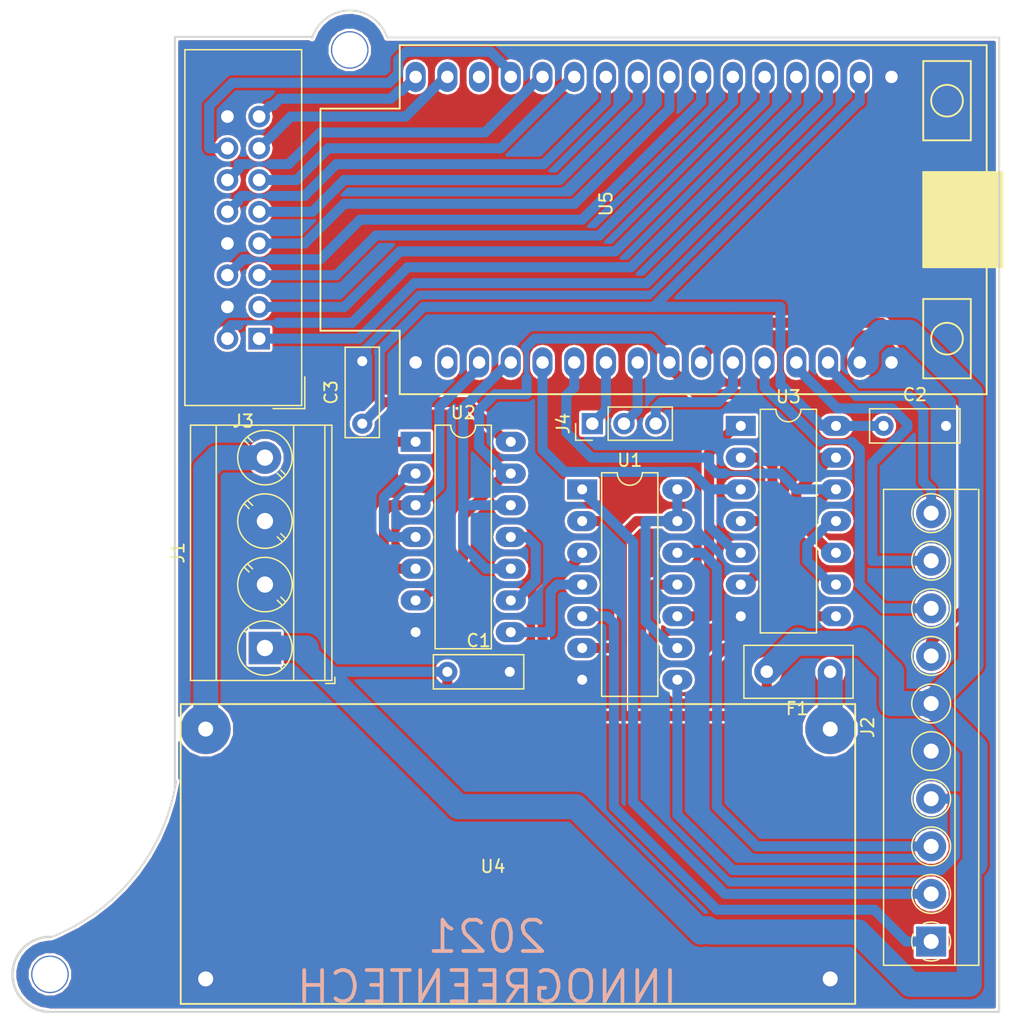
<source format=kicad_pcb>
(kicad_pcb (version 20171130) (host pcbnew "(5.0.1)-4")
  (layers (0 F.Cu signal) (31 B.Cu signal) (34 B.Paste user) (35 F.Paste user) (36 B.SilkS user) (37 F.SilkS user) (38 B.Mask user) (39 F.Mask user) (44 Edge.Cuts user))
  (net 0 "")
  (net 1 GND)
  (net 2 +5V)
  (net 3 +3V3)
  (net 4 "Net-(F1-Pad1)")
  (net 5 "Net-(J1-Pad4)")
  (net 6 TX)
  (net 7 RX)
  (net 8 LED_1)
  (net 9 LED_2)
  (net 10 R1)
  (net 11 G1)
  (net 12 B1)
  (net 13 R2)
  (net 14 G2)
  (net 15 B2)
  (net 16 A)
  (net 17 B)
  (net 18 C)
  (net 19 D)
  (net 20 CLK)
  (net 21 LAT)
  (net 22 OE)
  (net 23 "Net-(U1-Pad3)")
  (net 24 "Net-(U1-Pad10)")
  (net 25 "Net-(U1-Pad4)")
  (net 26 "Net-(U1-Pad11)")
  (net 27 "Net-(U2-Pad2)")
  (net 28 "Net-(U2-Pad11)")
  (net 29 Goal_J1)
  (net 30 Gam_J1)
  (net 31 Reset)
  (net 32 Gam_J2)
  (net 33 Goal_J2)
  (net 34 "Net-(U3-Pad11)")
  (net 35 "Net-(U3-Pad2)")
  (net 36 "Net-(J2-Pad1)")
  (net 37 "Net-(J2-Pad2)")
  (net 38 "Net-(J2-Pad3)")
  (net 39 "Net-(J2-Pad4)")
  (net 40 LESS)
  (net 41 MORE)
  (net 42 OK)
  (module "uPesy:uPesy_ESP32_ Wroom" (layer F.Cu) (at 118.275 92.015 90)
    (fp_text reference U5 (at 12.7 15.24 90) (layer F.SilkS))
    (fp_text value uPesyESP32)
    (pad 1 thru_hole oval (at 0 0 90) (size 2.4 1.6) (drill 1) (layers *.Cu *.Mask) (net 1 GND))
    (pad 2 thru_hole oval (at 0 2.54 90) (size 2.4 1.6) (drill 1) (layers *.Cu *.Mask))
    (pad 3 thru_hole oval (at 0 5.08 90) (size 2.4 1.6) (drill 1) (layers *.Cu *.Mask) (net 29 Goal_J1))
    (pad 4 thru_hole oval (at 0 7.62 90) (size 2.4 1.6) (drill 1) (layers *.Cu *.Mask) (net 30 Gam_J1))
    (pad 5 thru_hole oval (at 0 10.16 90) (size 2.4 1.6) (drill 1) (layers *.Cu *.Mask) (net 33 Goal_J2))
    (pad 6 thru_hole oval (at 0 12.7 90) (size 2.4 1.6) (drill 1) (layers *.Cu *.Mask) (net 32 Gam_J2))
    (pad 7 thru_hole oval (at 0 15.24 90) (size 2.4 1.6) (drill 1) (layers *.Cu *.Mask) (net 40 LESS))
    (pad 8 thru_hole oval (at 0 17.78 90) (size 2.4 1.6) (drill 1) (layers *.Cu *.Mask) (net 41 MORE))
    (pad 9 thru_hole oval (at 0 20.32 90) (size 2.4 1.6) (drill 1) (layers *.Cu *.Mask) (net 31 Reset))
    (pad 10 thru_hole oval (at 0 22.86 90) (size 2.4 1.6) (drill 1) (layers *.Cu *.Mask) (net 8 LED_1))
    (pad 11 thru_hole oval (at 0 25.4 90) (size 2.4 1.6) (drill 1) (layers *.Cu *.Mask) (net 42 OK))
    (pad 12 thru_hole oval (at 0 27.94 90) (size 2.4 1.6) (drill 1) (layers *.Cu *.Mask) (net 9 LED_2))
    (pad 13 thru_hole oval (at 0 30.48 90) (size 2.4 1.6) (drill 1) (layers *.Cu *.Mask) (net 7 RX))
    (pad 14 thru_hole oval (at 0 33.02 90) (size 2.4 1.6) (drill 1) (layers *.Cu *.Mask) (net 6 TX))
    (pad 15 thru_hole oval (at 0 35.56 90) (size 2.4 1.6) (drill 1) (layers *.Cu *.Mask) (net 2 +5V))
    (pad 16 thru_hole oval (at 0 38.1 90) (size 2.4 1.6) (drill 1) (layers *.Cu *.Mask) (net 1 GND))
    (pad 17 thru_hole oval (at 22.86 0 90) (size 2.4 1.6) (drill 1) (layers *.Cu *.Mask) (net 22 OE))
    (pad 18 thru_hole oval (at 22.86 2.54 90) (size 2.4 1.6) (drill 1) (layers *.Cu *.Mask) (net 20 CLK))
    (pad 19 thru_hole oval (at 22.86 5.08 90) (size 2.4 1.6) (drill 1) (layers *.Cu *.Mask))
    (pad 20 thru_hole oval (at 22.86 7.62 90) (size 2.4 1.6) (drill 1) (layers *.Cu *.Mask) (net 21 LAT))
    (pad 21 thru_hole oval (at 22.86 10.16 90) (size 2.4 1.6) (drill 1) (layers *.Cu *.Mask) (net 19 D))
    (pad 22 thru_hole oval (at 22.86 12.7 90) (size 2.4 1.6) (drill 1) (layers *.Cu *.Mask) (net 18 C))
    (pad 23 thru_hole oval (at 22.86 15.24 90) (size 2.4 1.6) (drill 1) (layers *.Cu *.Mask) (net 17 B))
    (pad 24 thru_hole oval (at 22.86 17.78 90) (size 2.4 1.6) (drill 1) (layers *.Cu *.Mask) (net 16 A))
    (pad 25 thru_hole oval (at 22.86 20.32 90) (size 2.4 1.6) (drill 1) (layers *.Cu *.Mask) (net 15 B2))
    (pad 26 thru_hole oval (at 22.86 22.86 90) (size 2.4 1.6) (drill 1) (layers *.Cu *.Mask) (net 14 G2))
    (pad 27 thru_hole oval (at 22.86 25.4 90) (size 2.4 1.6) (drill 1) (layers *.Cu *.Mask) (net 13 R2))
    (pad 28 thru_hole oval (at 22.86 27.94 90) (size 2.4 1.6) (drill 1) (layers *.Cu *.Mask) (net 12 B1))
    (pad 29 thru_hole oval (at 22.86 30.48 90) (size 2.4 1.6) (drill 1) (layers *.Cu *.Mask) (net 11 G1))
    (pad 30 thru_hole oval (at 22.86 33.02 90) (size 2.4 1.6) (drill 1) (layers *.Cu *.Mask) (net 10 R1))
    (pad 31 thru_hole oval (at 22.86 35.56 90) (size 2.4 1.6) (drill 1) (layers *.Cu *.Mask) (net 3 +3V3))
    (pad 32 thru_hole oval (at 22.86 38.1 90) (size 2.4 1.6) (drill 1) (layers *.Cu *.Mask) (net 1 GND))
  )
  (module TerminalBlock:TerminalBlock_4Ucon_1x10_P3.81mm_Horizontal (layer F.Cu) (at 159.55 138.37 90)
    (fp_text reference J2 (at 17.145 -5.08 90) (layer F.SilkS))
    (fp_text value Signal)
    (pad 1 thru_hole rect (at 0 0 90) (size 2.4 2.4) (drill 1.2) (layers *.Cu *.Mask) (net 36 "Net-(J2-Pad1)"))
    (pad 2 thru_hole circle (at 3.81 0 90) (size 2.4 2.4) (drill 1.2) (layers *.Cu *.Mask) (net 37 "Net-(J2-Pad2)"))
    (pad 3 thru_hole circle (at 7.62 0 90) (size 2.4 2.4) (drill 1.2) (layers *.Cu *.Mask) (net 38 "Net-(J2-Pad3)"))
    (pad 4 thru_hole circle (at 11.43 0 90) (size 2.4 2.4) (drill 1.2) (layers *.Cu *.Mask) (net 39 "Net-(J2-Pad4)"))
    (pad 5 thru_hole circle (at 15.24 0 90) (size 2.4 2.4) (drill 1.2) (layers *.Cu *.Mask) (net 1 GND))
    (pad 6 thru_hole circle (at 19.05 0 90) (size 2.4 2.4) (drill 1.2) (layers *.Cu *.Mask) (net 2 +5V))
    (pad 7 thru_hole circle (at 22.86 0 90) (size 2.4 2.4) (drill 1.2) (layers *.Cu *.Mask) (net 8 LED_1))
    (pad 8 thru_hole circle (at 26.67 0 90) (size 2.4 2.4) (drill 1.2) (layers *.Cu *.Mask) (net 9 LED_2))
    (pad 9 thru_hole circle (at 30.48 0 90) (size 2.4 2.4) (drill 1.2) (layers *.Cu *.Mask) (net 7 RX))
    (pad 10 thru_hole circle (at 34.29 0 90) (size 2.4 2.4) (drill 1.2) (layers *.Cu *.Mask) (net 6 TX))
  )
  (module Package_DIP:DIP-14_W7.62mm_LongPads (layer F.Cu) (at 131.61 102.175)
    (fp_text reference U1 (at 3.81 -2.33) (layer F.SilkS))
    (fp_text value 4011)
    (pad 1 thru_hole rect (at 0 0) (size 2.4 1.6) (drill 0.8) (layers *.Cu *.Mask) (net 37 "Net-(J2-Pad2)"))
    (pad 8 thru_hole oval (at 7.62 15.24) (size 2.4 1.6) (drill 0.8) (layers *.Cu *.Mask) (net 39 "Net-(J2-Pad4)"))
    (pad 2 thru_hole oval (at 0 2.54) (size 2.4 1.6) (drill 0.8) (layers *.Cu *.Mask) (net 2 +5V))
    (pad 9 thru_hole oval (at 7.62 12.7) (size 2.4 1.6) (drill 0.8) (layers *.Cu *.Mask) (net 2 +5V))
    (pad 3 thru_hole oval (at 0 5.08) (size 2.4 1.6) (drill 0.8) (layers *.Cu *.Mask) (net 23 "Net-(U1-Pad3)"))
    (pad 10 thru_hole oval (at 7.62 10.16) (size 2.4 1.6) (drill 0.8) (layers *.Cu *.Mask) (net 24 "Net-(U1-Pad10)"))
    (pad 4 thru_hole oval (at 0 7.62) (size 2.4 1.6) (drill 0.8) (layers *.Cu *.Mask) (net 25 "Net-(U1-Pad4)"))
    (pad 11 thru_hole oval (at 7.62 7.62) (size 2.4 1.6) (drill 0.8) (layers *.Cu *.Mask) (net 26 "Net-(U1-Pad11)"))
    (pad 5 thru_hole oval (at 0 10.16) (size 2.4 1.6) (drill 0.8) (layers *.Cu *.Mask) (net 36 "Net-(J2-Pad1)"))
    (pad 12 thru_hole oval (at 7.62 5.08) (size 2.4 1.6) (drill 0.8) (layers *.Cu *.Mask) (net 38 "Net-(J2-Pad3)"))
    (pad 6 thru_hole oval (at 0 12.7) (size 2.4 1.6) (drill 0.8) (layers *.Cu *.Mask) (net 2 +5V))
    (pad 13 thru_hole oval (at 7.62 2.54) (size 2.4 1.6) (drill 0.8) (layers *.Cu *.Mask) (net 2 +5V))
    (pad 7 thru_hole oval (at 0 15.24) (size 2.4 1.6) (drill 0.8) (layers *.Cu *.Mask) (net 1 GND))
    (pad 14 thru_hole oval (at 7.62 0) (size 2.4 1.6) (drill 0.8) (layers *.Cu *.Mask) (net 2 +5V))
  )
  (module Converter_DCDC:Board_ADJ_5A (layer F.Cu) (at 101.467566 121.36413)
    (fp_text reference U4 (at 23 11) (layer F.SilkS))
    (fp_text value DCDC_24_5)
    (pad 1 thru_hole circle (at 0 0) (size 4 4) (drill 1.2) (layers *.Cu *.Mask) (net 5 "Net-(J1-Pad4)"))
    (pad 2 thru_hole circle (at 0 20) (size 4 4) (drill 1.2) (layers *.Cu *.Mask) (net 1 GND))
    (pad 3 thru_hole circle (at 50 0) (size 4 4) (drill 1.2) (layers *.Cu *.Mask) (net 4 "Net-(F1-Pad1)"))
    (pad 4 thru_hole circle (at 50 20) (size 4 4) (drill 1.2) (layers *.Cu *.Mask) (net 1 GND))
  )
  (module Capacitor_THT:C_Rect_L7.0mm_W2.5mm_P5.00mm (layer F.Cu) (at 120.815 116.78)
    (fp_text reference C1 (at 2.5 -2.5) (layer F.SilkS))
    (fp_text value C)
    (pad 2 thru_hole circle (at 5 0) (size 1.6 1.6) (drill 0.8) (layers *.Cu *.Mask) (net 1 GND))
    (pad 1 thru_hole circle (at 0 0) (size 1.6 1.6) (drill 0.8) (layers *.Cu *.Mask) (net 2 +5V))
  )
  (module Capacitor_THT:C_Rect_L7.0mm_W2.5mm_P5.00mm (layer F.Cu) (at 155.74 97.095)
    (fp_text reference C2 (at 2.5 -2.5) (layer F.SilkS))
    (fp_text value C)
    (pad 1 thru_hole circle (at 0 0) (size 1.6 1.6) (drill 0.8) (layers *.Cu *.Mask) (net 3 +3V3))
    (pad 2 thru_hole circle (at 5 0) (size 1.6 1.6) (drill 0.8) (layers *.Cu *.Mask) (net 1 GND))
  )
  (module Capacitor_THT:C_Rect_L7.0mm_W2.5mm_P5.00mm (layer F.Cu) (at 114.002566 96.91413 90)
    (fp_text reference C3 (at 2.5 -2.5 90) (layer F.SilkS))
    (fp_text value C)
    (pad 1 thru_hole circle (at 0 0 90) (size 1.6 1.6) (drill 0.8) (layers *.Cu *.Mask) (net 3 +3V3))
    (pad 2 thru_hole circle (at 5 0 90) (size 1.6 1.6) (drill 0.8) (layers *.Cu *.Mask) (net 1 GND))
  )
  (module Fuse:Fuse_Littelfuse_395Series (layer F.Cu) (at 151.467566 116.78 180)
    (fp_text reference F1 (at 2.65 -2.95 180) (layer F.SilkS))
    (fp_text value Fuse)
    (pad 1 thru_hole circle (at 0 0 180) (size 2 2) (drill 1) (layers *.Cu *.Mask) (net 4 "Net-(F1-Pad1)"))
    (pad 2 thru_hole circle (at 5.08 0.01 180) (size 2 2) (drill 1) (layers *.Cu *.Mask) (net 2 +5V))
  )
  (module TerminalBlock_Phoenix:TerminalBlock_Phoenix_MKDS-3-4-5.08_1x04_P5.08mm_Horizontal (layer F.Cu) (at 106.21 114.875 90)
    (fp_text reference J1 (at 7.62 -6.96 90) (layer F.SilkS))
    (fp_text value PW)
    (pad 1 thru_hole rect (at 0 0 90) (size 2.6 2.6) (drill 1.3) (layers *.Cu *.Mask) (net 2 +5V))
    (pad 2 thru_hole circle (at 5.08 0 90) (size 2.6 2.6) (drill 1.3) (layers *.Cu *.Mask) (net 1 GND))
    (pad 3 thru_hole circle (at 10.16 0 90) (size 2.6 2.6) (drill 1.3) (layers *.Cu *.Mask) (net 1 GND))
    (pad 4 thru_hole circle (at 15.24 0 90) (size 2.6 2.6) (drill 1.3) (layers *.Cu *.Mask) (net 5 "Net-(J1-Pad4)"))
  )
  (module Connector_IDC:IDC-Header_2x08_P2.54mm_Vertical (layer F.Cu) (at 105.747566 90.11 180)
    (fp_text reference J3 (at 1.27 -6.604 180) (layer F.SilkS))
    (fp_text value Conn_02x08_Odd_Even)
    (pad 16 thru_hole oval (at 2.54 17.78 180) (size 1.7272 1.7272) (drill 1.016) (layers *.Cu *.Mask) (net 1 GND))
    (pad 15 thru_hole oval (at 0 17.78 180) (size 1.7272 1.7272) (drill 1.016) (layers *.Cu *.Mask) (net 22 OE))
    (pad 14 thru_hole oval (at 2.54 15.24 180) (size 1.7272 1.7272) (drill 1.016) (layers *.Cu *.Mask) (net 21 LAT))
    (pad 13 thru_hole oval (at 0 15.24 180) (size 1.7272 1.7272) (drill 1.016) (layers *.Cu *.Mask) (net 20 CLK))
    (pad 12 thru_hole oval (at 2.54 12.7 180) (size 1.7272 1.7272) (drill 1.016) (layers *.Cu *.Mask) (net 19 D))
    (pad 11 thru_hole oval (at 0 12.7 180) (size 1.7272 1.7272) (drill 1.016) (layers *.Cu *.Mask) (net 18 C))
    (pad 10 thru_hole oval (at 2.54 10.16 180) (size 1.7272 1.7272) (drill 1.016) (layers *.Cu *.Mask) (net 17 B))
    (pad 9 thru_hole oval (at 0 10.16 180) (size 1.7272 1.7272) (drill 1.016) (layers *.Cu *.Mask) (net 16 A))
    (pad 8 thru_hole oval (at 2.54 7.62 180) (size 1.7272 1.7272) (drill 1.016) (layers *.Cu *.Mask) (net 1 GND))
    (pad 7 thru_hole oval (at 0 7.62 180) (size 1.7272 1.7272) (drill 1.016) (layers *.Cu *.Mask) (net 15 B2))
    (pad 6 thru_hole oval (at 2.54 5.08 180) (size 1.7272 1.7272) (drill 1.016) (layers *.Cu *.Mask) (net 14 G2))
    (pad 5 thru_hole oval (at 0 5.08 180) (size 1.7272 1.7272) (drill 1.016) (layers *.Cu *.Mask) (net 13 R2))
    (pad 4 thru_hole oval (at 2.54 2.54 180) (size 1.7272 1.7272) (drill 1.016) (layers *.Cu *.Mask) (net 1 GND))
    (pad 3 thru_hole oval (at 0 2.54 180) (size 1.7272 1.7272) (drill 1.016) (layers *.Cu *.Mask) (net 12 B1))
    (pad 2 thru_hole oval (at 2.54 0 180) (size 1.7272 1.7272) (drill 1.016) (layers *.Cu *.Mask) (net 11 G1))
    (pad 1 thru_hole rect (at 0 0 180) (size 1.7272 1.7272) (drill 1.016) (layers *.Cu *.Mask) (net 10 R1))
  )
  (module Package_DIP:DIP-14_W7.62mm_LongPads (layer F.Cu) (at 118.275 98.365)
    (fp_text reference U2 (at 3.81 -2.33) (layer F.SilkS))
    (fp_text value 4011)
    (pad 1 thru_hole rect (at 0 0) (size 2.4 1.6) (drill 0.8) (layers *.Cu *.Mask) (net 23 "Net-(U1-Pad3)"))
    (pad 8 thru_hole oval (at 7.62 15.24) (size 2.4 1.6) (drill 0.8) (layers *.Cu *.Mask) (net 25 "Net-(U1-Pad4)"))
    (pad 2 thru_hole oval (at 0 2.54) (size 2.4 1.6) (drill 0.8) (layers *.Cu *.Mask) (net 27 "Net-(U2-Pad2)"))
    (pad 9 thru_hole oval (at 7.62 12.7) (size 2.4 1.6) (drill 0.8) (layers *.Cu *.Mask) (net 28 "Net-(U2-Pad11)"))
    (pad 3 thru_hole oval (at 0 5.08) (size 2.4 1.6) (drill 0.8) (layers *.Cu *.Mask) (net 29 Goal_J1))
    (pad 10 thru_hole oval (at 7.62 10.16) (size 2.4 1.6) (drill 0.8) (layers *.Cu *.Mask) (net 30 Gam_J1))
    (pad 4 thru_hole oval (at 0 7.62) (size 2.4 1.6) (drill 0.8) (layers *.Cu *.Mask) (net 27 "Net-(U2-Pad2)"))
    (pad 11 thru_hole oval (at 7.62 7.62) (size 2.4 1.6) (drill 0.8) (layers *.Cu *.Mask) (net 28 "Net-(U2-Pad11)"))
    (pad 5 thru_hole oval (at 0 10.16) (size 2.4 1.6) (drill 0.8) (layers *.Cu *.Mask) (net 29 Goal_J1))
    (pad 12 thru_hole oval (at 7.62 5.08) (size 2.4 1.6) (drill 0.8) (layers *.Cu *.Mask) (net 30 Gam_J1))
    (pad 6 thru_hole oval (at 0 12.7) (size 2.4 1.6) (drill 0.8) (layers *.Cu *.Mask) (net 31 Reset))
    (pad 13 thru_hole oval (at 7.62 2.54) (size 2.4 1.6) (drill 0.8) (layers *.Cu *.Mask) (net 31 Reset))
    (pad 7 thru_hole oval (at 0 15.24) (size 2.4 1.6) (drill 0.8) (layers *.Cu *.Mask) (net 1 GND))
    (pad 14 thru_hole oval (at 7.62 0) (size 2.4 1.6) (drill 0.8) (layers *.Cu *.Mask) (net 3 +3V3))
  )
  (module Package_DIP:DIP-14_W7.62mm_LongPads (layer F.Cu) (at 144.31 97.095)
    (fp_text reference U3 (at 3.81 -2.33) (layer F.SilkS))
    (fp_text value 4011)
    (pad 14 thru_hole oval (at 7.62 0) (size 2.4 1.6) (drill 0.8) (layers *.Cu *.Mask) (net 3 +3V3))
    (pad 7 thru_hole oval (at 0 15.24) (size 2.4 1.6) (drill 0.8) (layers *.Cu *.Mask) (net 1 GND))
    (pad 13 thru_hole oval (at 7.62 2.54) (size 2.4 1.6) (drill 0.8) (layers *.Cu *.Mask) (net 31 Reset))
    (pad 6 thru_hole oval (at 0 12.7) (size 2.4 1.6) (drill 0.8) (layers *.Cu *.Mask) (net 31 Reset))
    (pad 12 thru_hole oval (at 7.62 5.08) (size 2.4 1.6) (drill 0.8) (layers *.Cu *.Mask) (net 32 Gam_J2))
    (pad 5 thru_hole oval (at 0 10.16) (size 2.4 1.6) (drill 0.8) (layers *.Cu *.Mask) (net 33 Goal_J2))
    (pad 11 thru_hole oval (at 7.62 7.62) (size 2.4 1.6) (drill 0.8) (layers *.Cu *.Mask) (net 34 "Net-(U3-Pad11)"))
    (pad 4 thru_hole oval (at 0 7.62) (size 2.4 1.6) (drill 0.8) (layers *.Cu *.Mask) (net 35 "Net-(U3-Pad2)"))
    (pad 10 thru_hole oval (at 7.62 10.16) (size 2.4 1.6) (drill 0.8) (layers *.Cu *.Mask) (net 32 Gam_J2))
    (pad 3 thru_hole oval (at 0 5.08) (size 2.4 1.6) (drill 0.8) (layers *.Cu *.Mask) (net 33 Goal_J2))
    (pad 9 thru_hole oval (at 7.62 12.7) (size 2.4 1.6) (drill 0.8) (layers *.Cu *.Mask) (net 34 "Net-(U3-Pad11)"))
    (pad 2 thru_hole oval (at 0 2.54) (size 2.4 1.6) (drill 0.8) (layers *.Cu *.Mask) (net 35 "Net-(U3-Pad2)"))
    (pad 8 thru_hole oval (at 7.62 15.24) (size 2.4 1.6) (drill 0.8) (layers *.Cu *.Mask) (net 26 "Net-(U1-Pad11)"))
    (pad 1 thru_hole rect (at 0 0) (size 2.4 1.6) (drill 0.8) (layers *.Cu *.Mask) (net 24 "Net-(U1-Pad10)"))
  )
  (module Connector_PinHeader_2.54mm:PinHeader_1x03_P2.54mm_Vertical (layer F.Cu) (at 132.417566 96.91413 90)
    (fp_text reference J4 (at 0 -2.33 90) (layer F.SilkS))
    (fp_text value "Touch buttom")
    (pad 1 thru_hole rect (at 0 0 90) (size 1.7 1.7) (drill 1) (layers *.Cu *.Mask) (net 40 LESS))
    (pad 2 thru_hole oval (at 0 2.54 90) (size 1.7 1.7) (drill 1) (layers *.Cu *.Mask) (net 41 MORE))
    (pad 3 thru_hole oval (at 0 5.08 90) (size 1.7 1.7) (drill 1) (layers *.Cu *.Mask) (net 42 OK))
  )
  (gr_text "2021\nINNOGREENTECH" (at 124 140) (layer B.SilkS) (effects (font (size 2.5 2.5) (thickness 0.3)) (justify mirror)))
  (gr_line (start 99 65.94826) (end 110 65.94826) (layer Edge.Cuts) (width 0.15))
  (gr_line (start 99 126) (end 99 66) (layer Edge.Cuts) (width 0.15))
  (gr_arc (start 83.147566 123) (end 89.147566 138) (angle -59.14538902) (layer Edge.Cuts) (width 0.15))
  (gr_arc (start 113 67) (end 115.999999 66.000001) (angle -144.0239991) (layer Edge.Cuts) (width 0.15))
  (gr_line (start 165 66) (end 116 66) (layer Edge.Cuts) (width 0.15))
  (gr_line (start 165 144) (end 165 66) (layer Edge.Cuts) (width 0.15))
  (gr_line (start 89 144) (end 165 144) (layer Edge.Cuts) (width 0.15))
  (gr_arc (start 89 141) (end 89 138) (angle -177.1839627) (layer Edge.Cuts) (width 0.2))
  (via (at 113 67) (size 3) (drill 2.8) (layers F.Cu B.Cu) (net 0))
  (via (at 89 141) (size 3) (drill 2.8) (layers F.Cu B.Cu) (net 0))
  (segment (start 160.74 95.96363) (end 160.74 97.095) (width 0.8) (layer B.Cu) (net 1))
  (segment (start 160.74 94.78) (end 160.74 95.96363) (width 0.8) (layer B.Cu) (net 1))
  (segment (start 157.975 92.015) (end 160.74 94.78) (width 0.8) (layer B.Cu) (net 1))
  (segment (start 156.375 92.015) (end 157.975 92.015) (width 0.8) (layer B.Cu) (net 1))
  (segment (start 157.852944 123.13) (end 159.55 123.13) (width 0.8) (layer B.Cu) (net 1))
  (segment (start 157.018813 123.964131) (end 157.852944 123.13) (width 0.8) (layer B.Cu) (net 1))
  (segment (start 149.589131 123.964131) (end 157.018813 123.964131) (width 0.8) (layer B.Cu) (net 1))
  (segment (start 144.31 118.685) (end 149.589131 123.964131) (width 0.8) (layer B.Cu) (net 1))
  (segment (start 144.31 112.335) (end 144.31 118.685) (width 0.8) (layer B.Cu) (net 1))
  (segment (start 106.21 104.715) (end 108.048477 104.715) (width 0.8) (layer B.Cu) (net 1))
  (segment (start 110.655 95.261696) (end 114.002566 91.91413) (width 0.8) (layer B.Cu) (net 1))
  (segment (start 110.655 102.108477) (end 110.655 95.261696) (width 0.8) (layer B.Cu) (net 1))
  (segment (start 101.986252 87.57) (end 101.765 87.791252) (width 0.8) (layer B.Cu) (net 1))
  (segment (start 103.207566 87.57) (end 101.986252 87.57) (width 0.8) (layer B.Cu) (net 1))
  (segment (start 101.743965 89.407471) (end 101.743965 90.723965) (width 0.8) (layer B.Cu) (net 1))
  (segment (start 101.765 87.791252) (end 101.765 89.386436) (width 0.8) (layer B.Cu) (net 1))
  (segment (start 101.765 89.386436) (end 101.743965 89.407471) (width 0.8) (layer B.Cu) (net 1))
  (segment (start 106.281696 95.261696) (end 110.655 95.261696) (width 0.8) (layer B.Cu) (net 1))
  (segment (start 101.743965 90.723965) (end 106.281696 95.261696) (width 0.8) (layer B.Cu) (net 1))
  (segment (start 106.21 104.715) (end 106.21 109.795) (width 0.8) (layer B.Cu) (net 1))
  (segment (start 101.743965 87.770217) (end 101.765 87.791252) (width 0.8) (layer B.Cu) (net 1))
  (segment (start 101.743965 82.732287) (end 101.743965 87.770217) (width 0.8) (layer B.Cu) (net 1))
  (segment (start 101.986252 82.49) (end 101.743965 82.732287) (width 0.8) (layer B.Cu) (net 1))
  (segment (start 103.207566 82.49) (end 101.986252 82.49) (width 0.8) (layer B.Cu) (net 1))
  (segment (start 114.465 113.605) (end 118.275 113.605) (width 0.8) (layer B.Cu) (net 1))
  (segment (start 106.21 109.795) (end 110.655 109.795) (width 0.8) (layer B.Cu) (net 1))
  (segment (start 110.655 109.795) (end 114.465 113.605) (width 0.8) (layer B.Cu) (net 1))
  (segment (start 122.64 113.605) (end 125.815 116.78) (width 0.8) (layer B.Cu) (net 1))
  (segment (start 118.275 113.605) (end 122.64 113.605) (width 0.8) (layer B.Cu) (net 1))
  (segment (start 103.467565 139.364131) (end 101.467566 141.36413) (width 0.8) (layer B.Cu) (net 1))
  (segment (start 106.21 109.795) (end 104.371523 109.795) (width 0.8) (layer B.Cu) (net 1))
  (segment (start 104.371523 109.795) (end 103.67 110.496523) (width 0.8) (layer B.Cu) (net 1))
  (segment (start 103.67 110.496523) (end 103.67 119.718562) (width 0.8) (layer B.Cu) (net 1))
  (segment (start 103.67 119.718562) (end 104.067567 120.116129) (width 0.8) (layer B.Cu) (net 1))
  (segment (start 104.067567 120.116129) (end 104.067567 138.764129) (width 0.8) (layer B.Cu) (net 1))
  (segment (start 104.067567 138.764129) (end 103.467565 139.364131) (width 0.8) (layer B.Cu) (net 1))
  (segment (start 151.467566 141.36413) (end 101.467566 141.36413) (width 0.8) (layer B.Cu) (net 1))
  (segment (start 126.45 117.415) (end 125.815 116.78) (width 0.8) (layer B.Cu) (net 1))
  (segment (start 131.61 117.415) (end 126.45 117.415) (width 0.8) (layer B.Cu) (net 1))
  (segment (start 151.467566 141.36413) (end 151.467566 129.307434) (width 0.8) (layer F.Cu) (net 1))
  (segment (start 157.645 123.13) (end 159.55 123.13) (width 0.8) (layer F.Cu) (net 1))
  (segment (start 156.375 100.32863) (end 156.375 124.4) (width 0.8) (layer F.Cu) (net 1))
  (segment (start 159.60863 97.095) (end 156.375 100.32863) (width 0.8) (layer F.Cu) (net 1))
  (segment (start 160.74 97.095) (end 159.60863 97.095) (width 0.8) (layer F.Cu) (net 1))
  (segment (start 151.467566 129.307434) (end 156.375 124.4) (width 0.8) (layer F.Cu) (net 1))
  (segment (start 156.375 124.4) (end 157.645 123.13) (width 0.8) (layer F.Cu) (net 1))
  (segment (start 156.214913 69.155) (end 141.609913 83.76) (width 0.8) (layer F.Cu) (net 1))
  (segment (start 156.375 69.155) (end 156.214913 69.155) (width 0.8) (layer F.Cu) (net 1))
  (segment (start 122.156696 83.76) (end 114.002566 91.91413) (width 0.8) (layer F.Cu) (net 1))
  (segment (start 141.609913 83.76) (end 122.156696 83.76) (width 0.8) (layer F.Cu) (net 1))
  (segment (start 114.103436 92.015) (end 114.002566 91.91413) (width 0.8) (layer F.Cu) (net 1))
  (segment (start 118.275 92.015) (end 114.103436 92.015) (width 0.8) (layer F.Cu) (net 1))
  (segment (start 110.813698 102.175) (end 110.588477 102.175) (width 0.8) (layer B.Cu) (net 1))
  (segment (start 118.275 94.713698) (end 110.813698 102.175) (width 0.8) (layer B.Cu) (net 1))
  (segment (start 118.275 92.015) (end 118.275 94.713698) (width 0.8) (layer B.Cu) (net 1))
  (segment (start 108.048477 104.715) (end 110.588477 102.175) (width 0.8) (layer B.Cu) (net 1))
  (segment (start 110.588477 102.175) (end 110.655 102.108477) (width 0.8) (layer B.Cu) (net 1))
  (segment (start 101.986252 72.33) (end 101.57 72.746252) (width 0.4) (layer F.Cu) (net 1))
  (segment (start 103.207566 72.33) (end 101.986252 72.33) (width 0.4) (layer F.Cu) (net 1))
  (segment (start 101.57 80.852434) (end 103.207566 82.49) (width 0.4) (layer F.Cu) (net 1))
  (segment (start 101.57 72.746252) (end 101.57 80.852434) (width 0.4) (layer F.Cu) (net 1))
  (segment (start 139.23 104.715) (end 139.23 102.175) (width 0.8) (layer B.Cu) (net 2))
  (segment (start 138.83 114.875) (end 139.23 114.875) (width 0.8) (layer B.Cu) (net 2))
  (segment (start 136.69 112.735) (end 138.83 114.875) (width 0.8) (layer B.Cu) (net 2))
  (segment (start 136.69 104.715) (end 136.69 112.735) (width 0.8) (layer B.Cu) (net 2))
  (segment (start 139.23 104.715) (end 136.69 104.715) (width 0.8) (layer B.Cu) (net 2))
  (segment (start 131.61 114.875) (end 131.21 114.875) (width 0.8) (layer B.Cu) (net 2))
  (segment (start 119.68363 116.78) (end 120.815 116.78) (width 0.8) (layer B.Cu) (net 2))
  (segment (start 110.215 116.78) (end 119.68363 116.78) (width 0.8) (layer B.Cu) (net 2))
  (segment (start 108.31 114.875) (end 110.215 116.78) (width 0.8) (layer B.Cu) (net 2))
  (segment (start 106.21 114.875) (end 108.31 114.875) (width 0.8) (layer B.Cu) (net 2))
  (segment (start 146.387566 116.77) (end 146.387566 119.782434) (width 0.8) (layer F.Cu) (net 2))
  (segment (start 146.387566 119.782434) (end 145.84999 120.32001) (width 0.8) (layer F.Cu) (net 2))
  (segment (start 120.815 118.05) (end 120.815 116.78) (width 0.8) (layer F.Cu) (net 2))
  (segment (start 123.08501 120.32001) (end 120.815 118.05) (width 0.8) (layer F.Cu) (net 2))
  (segment (start 134.15 114.875) (end 131.61 114.875) (width 0.8) (layer F.Cu) (net 2))
  (segment (start 134.785 114.24) (end 134.15 114.875) (width 0.8) (layer F.Cu) (net 2))
  (segment (start 134.785 105.89) (end 134.785 114.24) (width 0.8) (layer F.Cu) (net 2))
  (segment (start 131.61 104.715) (end 133.61 104.715) (width 0.8) (layer F.Cu) (net 2))
  (segment (start 133.61 104.715) (end 134.785 105.89) (width 0.8) (layer F.Cu) (net 2))
  (segment (start 135.96 104.715) (end 139.23 104.715) (width 0.8) (layer F.Cu) (net 2))
  (segment (start 134.785 105.89) (end 135.96 104.715) (width 0.8) (layer F.Cu) (net 2))
  (segment (start 156.375 119.32) (end 159.55 119.32) (width 2) (layer B.Cu) (net 2))
  (segment (start 156.375 116.78) (end 156.375 119.32) (width 2) (layer B.Cu) (net 2))
  (segment (start 153.835 114.24) (end 156.375 116.78) (width 2) (layer B.Cu) (net 2))
  (segment (start 146.387566 116.77) (end 148.917566 114.24) (width 2) (layer B.Cu) (net 2))
  (segment (start 149.009 114.494) (end 153.926434 114.494) (width 2) (layer B.Cu) (net 2))
  (segment (start 134.785 114.24) (end 134.785 120.32001) (width 0.8) (layer F.Cu) (net 2))
  (segment (start 145.84999 120.32001) (end 134.785 120.32001) (width 0.8) (layer F.Cu) (net 2))
  (segment (start 134.785 120.32001) (end 123.08501 120.32001) (width 0.8) (layer F.Cu) (net 2))
  (segment (start 163.05501 132.171747) (end 163.05501 122.82501) (width 2) (layer B.Cu) (net 2))
  (segment (start 163.05501 122.82501) (end 160.749999 120.519999) (width 2) (layer B.Cu) (net 2))
  (segment (start 162.598 132.628757) (end 163.05501 132.171747) (width 2) (layer B.Cu) (net 2))
  (segment (start 106.21 114.875) (end 109.51 114.875) (width 2) (layer B.Cu) (net 2))
  (segment (start 160.749999 120.519999) (end 159.55 119.32) (width 2) (layer B.Cu) (net 2))
  (segment (start 153.708 137.608) (end 157.899 141.799) (width 2) (layer B.Cu) (net 2))
  (segment (start 157.899 141.799) (end 162.598 141.799) (width 2) (layer B.Cu) (net 2))
  (segment (start 162.598 141.799) (end 162.598 132.628757) (width 2) (layer B.Cu) (net 2))
  (segment (start 154.37499 90.786569) (end 155.559559 89.602) (width 2) (layer B.Cu) (net 2))
  (segment (start 153.835 92.015) (end 154.37499 92.015) (width 2) (layer B.Cu) (net 2))
  (segment (start 154.37499 92.015) (end 154.37499 90.786569) (width 2) (layer B.Cu) (net 2))
  (segment (start 160.749999 118.120001) (end 159.55 119.32) (width 2) (layer B.Cu) (net 2))
  (segment (start 162.740001 116.129999) (end 160.749999 118.120001) (width 2) (layer B.Cu) (net 2))
  (segment (start 162.740001 94.517246) (end 162.740001 116.129999) (width 2) (layer B.Cu) (net 2))
  (segment (start 157.837745 89.61499) (end 162.740001 94.517246) (width 2) (layer B.Cu) (net 2))
  (segment (start 155.559559 89.61499) (end 157.837745 89.61499) (width 2) (layer B.Cu) (net 2))
  (segment (start 155.559559 89.602) (end 155.559559 89.61499) (width 2) (layer B.Cu) (net 2))
  (segment (start 109.51 114.875) (end 109.51 115.381) (width 2) (layer B.Cu) (net 2))
  (segment (start 109.51 115.381) (end 121.704 127.575) (width 2) (layer B.Cu) (net 2))
  (segment (start 121.704 127.575) (end 131.102 127.575) (width 2) (layer B.Cu) (net 2))
  (segment (start 131.102 127.575) (end 141.135 137.608) (width 2) (layer B.Cu) (net 2))
  (segment (start 141.920245 137.608) (end 153.708 137.608) (width 2) (layer B.Cu) (net 2))
  (segment (start 141.666245 137.354) (end 141.920245 137.608) (width 2) (layer B.Cu) (net 2))
  (segment (start 141.389 137.354) (end 141.666245 137.354) (width 2) (layer B.Cu) (net 2))
  (segment (start 141.135 137.608) (end 141.389 137.354) (width 2) (layer B.Cu) (net 2))
  (segment (start 153.835 69.155) (end 153.835 71.155) (width 0.8) (layer B.Cu) (net 3))
  (segment (start 153.835 71.155) (end 153.74 71.155) (width 0.8) (layer B.Cu) (net 3))
  (segment (start 153.74 71.155) (end 137.325 87.57) (width 0.8) (layer B.Cu) (net 3))
  (segment (start 137.325 87.57) (end 118.91 87.57) (width 0.8) (layer B.Cu) (net 3))
  (segment (start 114.802565 96.114131) (end 114.002566 96.91413) (width 0.8) (layer B.Cu) (net 3))
  (segment (start 115.402567 95.514129) (end 114.802565 96.114131) (width 0.8) (layer B.Cu) (net 3))
  (segment (start 115.402567 91.242129) (end 115.402567 95.514129) (width 0.8) (layer B.Cu) (net 3))
  (segment (start 115.320219 91.159781) (end 115.402567 91.242129) (width 0.8) (layer B.Cu) (net 3))
  (segment (start 118.91 87.57) (end 115.320219 91.159781) (width 0.8) (layer B.Cu) (net 3))
  (segment (start 155.74 97.095) (end 151.93 97.095) (width 0.8) (layer B.Cu) (net 3))
  (segment (start 143.675 87.57) (end 137.325 87.57) (width 0.8) (layer B.Cu) (net 3))
  (segment (start 147.485 90.905087) (end 147.485 87.57) (width 0.8) (layer B.Cu) (net 3))
  (segment (start 147.485 87.57) (end 143.675 87.57) (width 0.8) (layer B.Cu) (net 3))
  (segment (start 151.93 97.095) (end 150.804226 97.095) (width 0.8) (layer B.Cu) (net 3))
  (segment (start 150.804226 97.095) (end 147.485 93.775774) (width 0.8) (layer B.Cu) (net 3))
  (segment (start 147.485 93.775774) (end 147.485 93.124913) (width 0.8) (layer B.Cu) (net 3))
  (segment (start 125.495 98.365) (end 122.32 95.19) (width 0.8) (layer F.Cu) (net 3))
  (segment (start 125.895 98.365) (end 125.495 98.365) (width 0.8) (layer F.Cu) (net 3))
  (segment (start 115.726696 95.19) (end 114.002566 96.91413) (width 0.8) (layer F.Cu) (net 3))
  (segment (start 122.32 95.19) (end 115.726696 95.19) (width 0.8) (layer F.Cu) (net 3))
  (segment (start 147.485 91.15) (end 147.485 93.124913) (width 0.4) (layer B.Cu) (net 3))
  (segment (start 147.485 90.905087) (end 147.485 91.15) (width 0.4) (layer B.Cu) (net 3))
  (segment (start 151.467566 116.78) (end 151.467566 121.36413) (width 2) (layer B.Cu) (net 4))
  (segment (start 101.467566 100.567434) (end 101.467566 121.36413) (width 2) (layer B.Cu) (net 5))
  (segment (start 102.4 99.635) (end 106.21 99.635) (width 2) (layer B.Cu) (net 5))
  (segment (start 101.467566 100.567434) (end 102.4 99.635) (width 2) (layer B.Cu) (net 5))
  (segment (start 159.55 102.175) (end 159.55 104.08) (width 0.8) (layer B.Cu) (net 6))
  (segment (start 151.295 92.415) (end 153.57498 94.69498) (width 0.8) (layer B.Cu) (net 6))
  (segment (start 151.295 92.015) (end 151.295 92.415) (width 0.8) (layer B.Cu) (net 6))
  (segment (start 153.57498 94.69498) (end 157.78498 94.69498) (width 0.8) (layer B.Cu) (net 6))
  (segment (start 157.78498 94.69498) (end 158.915 95.825) (width 0.8) (layer B.Cu) (net 6))
  (segment (start 158.915 95.825) (end 158.915 101.54) (width 0.8) (layer B.Cu) (net 6))
  (segment (start 158.915 101.54) (end 159.55 102.175) (width 0.8) (layer B.Cu) (net 6))
  (segment (start 157.645 97.262002) (end 154.83501 100.071992) (width 0.8) (layer B.Cu) (net 7))
  (segment (start 157.645 96.927998) (end 157.645 97.262002) (width 0.8) (layer B.Cu) (net 7))
  (segment (start 156.411992 95.69499) (end 157.645 96.927998) (width 0.8) (layer B.Cu) (net 7))
  (segment (start 152.03499 95.69499) (end 156.411992 95.69499) (width 0.8) (layer B.Cu) (net 7))
  (segment (start 148.755 92.015) (end 148.755 92.415) (width 0.8) (layer B.Cu) (net 7))
  (segment (start 148.755 92.415) (end 152.03499 95.69499) (width 0.8) (layer B.Cu) (net 7))
  (segment (start 154.83501 100.071992) (end 154.83501 107.89) (width 0.8) (layer B.Cu) (net 7))
  (segment (start 154.83501 107.89) (end 159.55 107.89) (width 0.8) (layer B.Cu) (net 7))
  (segment (start 162.140001 95.400088) (end 155.579913 88.84) (width 0.8) (layer F.Cu) (net 8))
  (segment (start 162.140001 111.774001) (end 162.140001 95.400088) (width 0.8) (layer F.Cu) (net 8))
  (segment (start 159.55 115.51) (end 159.55 114.364002) (width 0.8) (layer F.Cu) (net 8))
  (segment (start 159.55 114.364002) (end 162.140001 111.774001) (width 0.8) (layer F.Cu) (net 8))
  (segment (start 141.135 91.615) (end 141.135 92.015) (width 0.8) (layer F.Cu) (net 8))
  (segment (start 143.91 88.84) (end 141.135 91.615) (width 0.8) (layer F.Cu) (net 8))
  (segment (start 155.579913 88.84) (end 143.91 88.84) (width 0.8) (layer F.Cu) (net 8))
  (segment (start 146.215 92.015) (end 146.215 94.015) (width 0.8) (layer B.Cu) (net 9))
  (segment (start 146.215 94.015) (end 147.39 95.19) (width 0.8) (layer B.Cu) (net 9))
  (segment (start 147.39 95.19) (end 147.485 95.19) (width 0.8) (layer B.Cu) (net 9))
  (segment (start 147.485 95.19) (end 150.66 98.365) (width 0.8) (layer B.Cu) (net 9))
  (segment (start 159.55 111.7) (end 155.74 111.7) (width 0.8) (layer B.Cu) (net 9))
  (segment (start 155.74 111.7) (end 153.835 109.795) (width 0.8) (layer B.Cu) (net 9))
  (segment (start 153.835 109.795) (end 153.835 99) (width 0.8) (layer B.Cu) (net 9))
  (segment (start 153.835 99) (end 153.2 98.365) (width 0.8) (layer B.Cu) (net 9))
  (segment (start 153.2 98.365) (end 150.66 98.365) (width 0.4) (layer B.Cu) (net 9))
  (segment (start 151.295 71.155) (end 136.785 85.665) (width 0.8) (layer B.Cu) (net 10))
  (segment (start 151.295 69.155) (end 151.295 71.155) (width 0.8) (layer B.Cu) (net 10))
  (segment (start 118.179694 85.665) (end 113.734694 90.11) (width 0.8) (layer B.Cu) (net 10))
  (segment (start 136.785 85.665) (end 118.179694 85.665) (width 0.8) (layer B.Cu) (net 10))
  (segment (start 113.734694 90.11) (end 105.747566 90.11) (width 0.8) (layer B.Cu) (net 10))
  (segment (start 148.755 71.155) (end 135.515 84.395) (width 0.8) (layer B.Cu) (net 11))
  (segment (start 148.755 69.155) (end 148.755 71.155) (width 0.8) (layer B.Cu) (net 11))
  (segment (start 135.515 84.395) (end 117.64 84.395) (width 0.8) (layer B.Cu) (net 11))
  (segment (start 117.64 84.395) (end 113.83 88.205) (width 0.8) (layer B.Cu) (net 11))
  (segment (start 113.83 88.205) (end 113.195 88.84) (width 0.8) (layer B.Cu) (net 11))
  (segment (start 113.195 88.84) (end 107.211167 88.84) (width 0.8) (layer B.Cu) (net 11))
  (segment (start 103.476399 89.033601) (end 104.111399 89.033601) (width 0.8) (layer B.Cu) (net 11))
  (segment (start 103.207566 90.11) (end 103.207566 89.302434) (width 0.8) (layer B.Cu) (net 11))
  (segment (start 103.207566 89.302434) (end 103.476399 89.033601) (width 0.8) (layer B.Cu) (net 11))
  (segment (start 104.305 88.84) (end 104.111399 89.033601) (width 0.4) (layer B.Cu) (net 11))
  (segment (start 107.211167 88.84) (end 104.305 88.84) (width 0.4) (layer B.Cu) (net 11))
  (segment (start 146.215 71.155) (end 134.245 83.125) (width 0.8) (layer B.Cu) (net 12))
  (segment (start 146.215 69.155) (end 146.215 71.155) (width 0.8) (layer B.Cu) (net 12))
  (segment (start 134.245 83.125) (end 117.005 83.125) (width 0.8) (layer B.Cu) (net 12))
  (segment (start 112.56 87.57) (end 105.747566 87.57) (width 0.8) (layer B.Cu) (net 12))
  (segment (start 117.005 83.125) (end 112.56 87.57) (width 0.8) (layer B.Cu) (net 12))
  (segment (start 143.675 71.155) (end 132.975 81.855) (width 0.8) (layer B.Cu) (net 13))
  (segment (start 143.675 69.155) (end 143.675 71.155) (width 0.8) (layer B.Cu) (net 13))
  (segment (start 132.975 81.855) (end 115.1 81.855) (width 0.8) (layer B.Cu) (net 13))
  (segment (start 115.1 81.855) (end 111.925 85.03) (width 0.8) (layer B.Cu) (net 13))
  (segment (start 111.925 85.03) (end 105.747566 85.03) (width 0.8) (layer B.Cu) (net 13))
  (segment (start 141.135 71.155) (end 133.515 78.775) (width 0.8) (layer B.Cu) (net 14))
  (segment (start 141.135 69.155) (end 141.135 71.155) (width 0.8) (layer B.Cu) (net 14))
  (segment (start 133.515 78.775) (end 133.42 78.775) (width 0.8) (layer B.Cu) (net 14))
  (segment (start 133.42 78.775) (end 131.61 80.585) (width 0.8) (layer B.Cu) (net 14))
  (segment (start 131.61 80.585) (end 113.83 80.585) (width 0.8) (layer B.Cu) (net 14))
  (segment (start 113.83 80.585) (end 110.655 83.76) (width 0.8) (layer B.Cu) (net 14))
  (segment (start 110.655 83.76) (end 106.643696 83.76) (width 0.8) (layer B.Cu) (net 14))
  (segment (start 103.207566 85.03) (end 104.477566 83.76) (width 0.8) (layer B.Cu) (net 14))
  (segment (start 104.477566 83.76) (end 104.94 83.76) (width 0.8) (layer B.Cu) (net 14))
  (segment (start 106.643696 83.76) (end 104.94 83.76) (width 0.4) (layer B.Cu) (net 14))
  (segment (start 109.385 82.49) (end 105.747566 82.49) (width 0.8) (layer B.Cu) (net 15))
  (segment (start 112.56 79.315) (end 109.385 82.49) (width 0.8) (layer B.Cu) (net 15))
  (segment (start 130.975 79.315) (end 112.56 79.315) (width 0.8) (layer B.Cu) (net 15))
  (segment (start 138.595 69.155) (end 138.595 71.695) (width 0.8) (layer B.Cu) (net 15))
  (segment (start 138.595 71.695) (end 130.975 79.315) (width 0.8) (layer B.Cu) (net 15))
  (segment (start 136.055 71.155) (end 129.8 77.41) (width 0.8) (layer B.Cu) (net 16))
  (segment (start 136.055 69.155) (end 136.055 71.155) (width 0.8) (layer B.Cu) (net 16))
  (segment (start 129.8 77.41) (end 112.56 77.41) (width 0.8) (layer B.Cu) (net 16))
  (segment (start 112.56 77.41) (end 110.02 79.95) (width 0.8) (layer B.Cu) (net 16))
  (segment (start 110.02 79.95) (end 105.747566 79.95) (width 0.8) (layer B.Cu) (net 16))
  (segment (start 104.071165 79.086401) (end 104.071165 78.913835) (width 0.8) (layer B.Cu) (net 17))
  (segment (start 103.207566 79.95) (end 104.071165 79.086401) (width 0.8) (layer B.Cu) (net 17))
  (segment (start 104.071165 78.913835) (end 104.305 78.68) (width 0.8) (layer B.Cu) (net 17))
  (segment (start 104.305 78.68) (end 104.94 78.68) (width 0.8) (layer B.Cu) (net 17))
  (segment (start 133.515 71.155) (end 128.53 76.14) (width 0.8) (layer B.Cu) (net 17))
  (segment (start 133.515 69.155) (end 133.515 71.155) (width 0.8) (layer B.Cu) (net 17))
  (segment (start 128.53 76.14) (end 111.925 76.14) (width 0.8) (layer B.Cu) (net 17))
  (segment (start 111.925 76.14) (end 109.385 78.68) (width 0.8) (layer B.Cu) (net 17))
  (segment (start 109.385 78.68) (end 106.643696 78.68) (width 0.8) (layer B.Cu) (net 17))
  (segment (start 106.643696 78.68) (end 104.94 78.68) (width 0.4) (layer B.Cu) (net 17))
  (segment (start 108.75 77.41) (end 105.747566 77.41) (width 0.8) (layer B.Cu) (net 18))
  (segment (start 111.29 74.87) (end 108.75 77.41) (width 0.8) (layer B.Cu) (net 18))
  (segment (start 125.099913 74.87) (end 111.29 74.87) (width 0.8) (layer B.Cu) (net 18))
  (segment (start 130.975 69.155) (end 130.814913 69.155) (width 0.8) (layer B.Cu) (net 18))
  (segment (start 130.814913 69.155) (end 125.099913 74.87) (width 0.8) (layer B.Cu) (net 18))
  (segment (start 128.274913 69.155) (end 123.829913 73.6) (width 0.8) (layer B.Cu) (net 19))
  (segment (start 128.435 69.155) (end 128.274913 69.155) (width 0.8) (layer B.Cu) (net 19))
  (segment (start 123.829913 73.6) (end 113.195 73.6) (width 0.8) (layer B.Cu) (net 19))
  (segment (start 113.195 73.6) (end 110.655 73.6) (width 0.8) (layer B.Cu) (net 19))
  (segment (start 110.655 73.6) (end 108.115 76.14) (width 0.8) (layer B.Cu) (net 19))
  (segment (start 108.115 76.14) (end 106.643696 76.14) (width 0.8) (layer B.Cu) (net 19))
  (segment (start 104.103696 76.14) (end 104.94 76.14) (width 0.8) (layer B.Cu) (net 19))
  (segment (start 104.103696 76.51387) (end 103.207566 77.41) (width 0.8) (layer B.Cu) (net 19))
  (segment (start 104.103696 76.14) (end 104.103696 76.51387) (width 0.8) (layer B.Cu) (net 19))
  (segment (start 104.94 76.14) (end 106.643696 76.14) (width 0.4) (layer B.Cu) (net 19))
  (segment (start 120.654913 69.155) (end 117.479913 72.33) (width 0.8) (layer B.Cu) (net 20))
  (segment (start 120.815 69.155) (end 120.654913 69.155) (width 0.8) (layer B.Cu) (net 20))
  (segment (start 108.287566 72.33) (end 105.747566 74.87) (width 0.8) (layer B.Cu) (net 20))
  (segment (start 117.479913 72.33) (end 108.287566 72.33) (width 0.8) (layer B.Cu) (net 20))
  (segment (start 125.895 68.755) (end 125.895 69.155) (width 0.8) (layer B.Cu) (net 21))
  (segment (start 124.28914 67.14914) (end 125.895 68.755) (width 0.8) (layer B.Cu) (net 21))
  (segment (start 117.51086 67.14914) (end 124.28914 67.14914) (width 0.8) (layer B.Cu) (net 21))
  (segment (start 116.87499 68.910783) (end 116.87499 67.78501) (width 0.8) (layer B.Cu) (net 21))
  (segment (start 103.207566 74.87) (end 101.765 74.87) (width 0.8) (layer B.Cu) (net 21))
  (segment (start 116.87499 67.78501) (end 117.51086 67.14914) (width 0.8) (layer B.Cu) (net 21))
  (segment (start 101.743965 74.848965) (end 101.743965 71.486035) (width 0.8) (layer B.Cu) (net 21))
  (segment (start 101.765 74.87) (end 101.743965 74.848965) (width 0.8) (layer B.Cu) (net 21))
  (segment (start 101.743965 71.486035) (end 103.6 69.63) (width 0.8) (layer B.Cu) (net 21))
  (segment (start 103.6 69.63) (end 116.155773 69.63) (width 0.8) (layer B.Cu) (net 21))
  (segment (start 116.155773 69.63) (end 116.87499 68.910783) (width 0.8) (layer B.Cu) (net 21))
  (segment (start 117.165 70.265) (end 118.275 69.155) (width 0.8) (layer B.Cu) (net 22))
  (segment (start 106.611165 71.466401) (end 106.843599 71.466401) (width 0.8) (layer B.Cu) (net 22))
  (segment (start 105.747566 72.33) (end 106.611165 71.466401) (width 0.8) (layer B.Cu) (net 22))
  (segment (start 106.843599 71.466401) (end 107.41 70.9) (width 0.8) (layer B.Cu) (net 22))
  (segment (start 107.41 70.9) (end 116.3 70.9) (width 0.8) (layer B.Cu) (net 22))
  (segment (start 116.3 70.9) (end 116.935 70.265) (width 0.8) (layer B.Cu) (net 22))
  (segment (start 116.935 70.265) (end 117.165 70.265) (width 0.8) (layer B.Cu) (net 22))
  (segment (start 131.61 107.255) (end 131.61 107.094913) (width 0.8) (layer F.Cu) (net 23))
  (segment (start 131.61 107.415087) (end 128.435 110.590087) (width 0.8) (layer F.Cu) (net 23))
  (segment (start 131.61 107.255) (end 131.61 107.415087) (width 0.8) (layer F.Cu) (net 23))
  (segment (start 128.435 110.590087) (end 128.435 115.51) (width 0.8) (layer F.Cu) (net 23))
  (segment (start 126.487001 115.379999) (end 113.960001 115.379999) (width 0.8) (layer F.Cu) (net 23))
  (segment (start 128.435 115.51) (end 126.617002 115.51) (width 0.8) (layer F.Cu) (net 23))
  (segment (start 126.617002 115.51) (end 126.487001 115.379999) (width 0.8) (layer F.Cu) (net 23))
  (segment (start 113.960001 115.379999) (end 113.83 115.249998) (width 0.8) (layer F.Cu) (net 23))
  (segment (start 113.83 115.249998) (end 113.83 100.27) (width 0.8) (layer F.Cu) (net 23))
  (segment (start 115.735 98.365) (end 118.275 98.365) (width 0.8) (layer F.Cu) (net 23))
  (segment (start 113.83 100.27) (end 115.735 98.365) (width 0.8) (layer F.Cu) (net 23))
  (segment (start 143.91 97.095) (end 141.77 99.235) (width 0.8) (layer F.Cu) (net 24))
  (segment (start 144.31 97.095) (end 143.91 97.095) (width 0.8) (layer F.Cu) (net 24))
  (segment (start 141.77 99.235) (end 141.77 112.335) (width 0.8) (layer F.Cu) (net 24))
  (segment (start 141.77 112.335) (end 139.23 112.335) (width 0.8) (layer F.Cu) (net 24))
  (segment (start 129.61 109.795) (end 129.07 110.335) (width 0.8) (layer B.Cu) (net 25))
  (segment (start 131.61 109.795) (end 129.61 109.795) (width 0.8) (layer B.Cu) (net 25))
  (segment (start 129.07 110.335) (end 129.07 113.605) (width 0.8) (layer B.Cu) (net 25))
  (segment (start 129.07 113.605) (end 125.895 113.605) (width 0.8) (layer B.Cu) (net 25))
  (segment (start 137.325 117.889913) (end 137.325 109.795) (width 0.8) (layer F.Cu) (net 26))
  (segment (start 138.755087 119.32) (end 137.325 117.889913) (width 0.8) (layer F.Cu) (net 26))
  (segment (start 146.689913 112.335) (end 144.149913 114.875) (width 0.8) (layer F.Cu) (net 26))
  (segment (start 144.149913 114.875) (end 143.04 114.875) (width 0.8) (layer F.Cu) (net 26))
  (segment (start 143.04 114.875) (end 141.77 116.145) (width 0.8) (layer F.Cu) (net 26))
  (segment (start 137.325 109.795) (end 139.23 109.795) (width 0.8) (layer F.Cu) (net 26))
  (segment (start 141.77 116.145) (end 141.77 119.32) (width 0.8) (layer F.Cu) (net 26))
  (segment (start 141.77 119.32) (end 138.755087 119.32) (width 0.8) (layer F.Cu) (net 26))
  (segment (start 146.689913 112.335) (end 151.93 112.335) (width 0.8) (layer F.Cu) (net 26))
  (segment (start 116.275 105.985) (end 118.275 105.985) (width 0.8) (layer B.Cu) (net 27))
  (segment (start 115.735 105.445) (end 116.275 105.985) (width 0.8) (layer B.Cu) (net 27))
  (segment (start 115.735 102.81) (end 115.735 105.445) (width 0.8) (layer B.Cu) (net 27))
  (segment (start 117.64 100.905) (end 115.735 102.81) (width 0.8) (layer B.Cu) (net 27))
  (segment (start 118.275 100.905) (end 117.64 100.905) (width 0.8) (layer B.Cu) (net 27))
  (segment (start 126.295 111.065) (end 125.895 111.065) (width 0.8) (layer B.Cu) (net 28))
  (segment (start 127.895 109.465) (end 126.295 111.065) (width 0.8) (layer B.Cu) (net 28))
  (segment (start 127.895 106.715) (end 127.895 109.465) (width 0.8) (layer B.Cu) (net 28))
  (segment (start 127.165 105.985) (end 127.895 106.715) (width 0.8) (layer B.Cu) (net 28))
  (segment (start 125.895 105.985) (end 127.165 105.985) (width 0.8) (layer B.Cu) (net 28))
  (segment (start 123.355 92.415) (end 123.355 92.015) (width 0.8) (layer B.Cu) (net 29))
  (segment (start 120.18 95.59) (end 123.355 92.415) (width 0.8) (layer B.Cu) (net 29))
  (segment (start 120.18 101.94) (end 120.18 95.59) (width 0.8) (layer B.Cu) (net 29))
  (segment (start 118.675 103.445) (end 120.18 101.94) (width 0.8) (layer B.Cu) (net 29))
  (segment (start 118.275 103.445) (end 118.675 103.445) (width 0.8) (layer B.Cu) (net 29))
  (segment (start 116.275 103.445) (end 115.735 103.985) (width 0.8) (layer F.Cu) (net 29))
  (segment (start 118.275 103.445) (end 116.275 103.445) (width 0.8) (layer F.Cu) (net 29))
  (segment (start 115.735 103.985) (end 115.735 107.89) (width 0.8) (layer F.Cu) (net 29))
  (segment (start 115.735 107.89) (end 116.37 108.525) (width 0.8) (layer F.Cu) (net 29))
  (segment (start 116.37 108.525) (end 118.275 108.525) (width 0.8) (layer F.Cu) (net 29))
  (segment (start 125.734913 92.015) (end 122.085 95.664913) (width 0.8) (layer B.Cu) (net 30))
  (segment (start 125.895 92.015) (end 125.734913 92.015) (width 0.8) (layer B.Cu) (net 30))
  (segment (start 122.085 95.664913) (end 122.085 103.445) (width 0.8) (layer B.Cu) (net 30))
  (segment (start 122.085 103.445) (end 125.895 103.445) (width 0.8) (layer B.Cu) (net 30))
  (segment (start 122.085 106.715) (end 122.085 103.445) (width 0.8) (layer B.Cu) (net 30))
  (segment (start 123.895 108.525) (end 122.085 106.715) (width 0.8) (layer B.Cu) (net 30))
  (segment (start 125.895 108.525) (end 123.895 108.525) (width 0.8) (layer B.Cu) (net 30))
  (segment (start 138.595 91.615) (end 137.09 90.11) (width 0.8) (layer B.Cu) (net 31))
  (segment (start 138.595 92.015) (end 138.595 91.615) (width 0.8) (layer B.Cu) (net 31))
  (segment (start 127.8 90.11) (end 127.084956 90.825043) (width 0.8) (layer B.Cu) (net 31))
  (segment (start 137.09 90.11) (end 127.8 90.11) (width 0.8) (layer B.Cu) (net 31))
  (segment (start 125.495 100.905) (end 123.355 98.765) (width 0.8) (layer B.Cu) (net 31))
  (segment (start 125.895 100.905) (end 125.495 100.905) (width 0.8) (layer B.Cu) (net 31))
  (segment (start 123.355 98.765) (end 123.355 96.46) (width 0.8) (layer B.Cu) (net 31))
  (segment (start 123.355 96.46) (end 123.355 95.825) (width 0.8) (layer B.Cu) (net 31))
  (segment (start 123.355 95.825) (end 124.625 94.555) (width 0.8) (layer B.Cu) (net 31))
  (segment (start 124.625 94.555) (end 127.165 94.555) (width 0.8) (layer B.Cu) (net 31))
  (segment (start 127.165 94.555) (end 127.165 93.285) (width 0.8) (layer B.Cu) (net 31))
  (segment (start 144.71 109.795) (end 148.755 105.75) (width 0.8) (layer F.Cu) (net 31))
  (segment (start 144.31 109.795) (end 144.71 109.795) (width 0.8) (layer F.Cu) (net 31))
  (segment (start 151.53 99.635) (end 151.93 99.635) (width 0.8) (layer F.Cu) (net 31))
  (segment (start 148.755 102.41) (end 151.53 99.635) (width 0.8) (layer F.Cu) (net 31))
  (segment (start 148.755 105.75) (end 148.755 102.41) (width 0.8) (layer F.Cu) (net 31))
  (segment (start 149.93 99.635) (end 144.85 94.555) (width 0.8) (layer F.Cu) (net 31))
  (segment (start 151.93 99.635) (end 149.93 99.635) (width 0.8) (layer F.Cu) (net 31))
  (segment (start 138.595 92.415) (end 138.595 92.015) (width 0.8) (layer F.Cu) (net 31))
  (segment (start 140.735 94.555) (end 138.595 92.415) (width 0.8) (layer F.Cu) (net 31))
  (segment (start 144.85 94.555) (end 140.735 94.555) (width 0.8) (layer F.Cu) (net 31))
  (segment (start 118.675 111.065) (end 122.085 107.655) (width 0.8) (layer F.Cu) (net 31))
  (segment (start 118.275 111.065) (end 118.675 111.065) (width 0.8) (layer F.Cu) (net 31))
  (segment (start 125.495 100.905) (end 125.895 100.905) (width 0.8) (layer F.Cu) (net 31))
  (segment (start 122.085 104.315) (end 125.495 100.905) (width 0.8) (layer F.Cu) (net 31))
  (segment (start 122.085 107.655) (end 122.085 104.315) (width 0.8) (layer F.Cu) (net 31))
  (segment (start 127.165 91.18793) (end 127.165 93.285) (width 0.4) (layer B.Cu) (net 31))
  (segment (start 127.084956 91.107886) (end 127.165 91.18793) (width 0.4) (layer B.Cu) (net 31))
  (segment (start 127.084956 90.825043) (end 127.084956 91.107886) (width 0.4) (layer B.Cu) (net 31))
  (segment (start 130.34 97.616566) (end 132.358434 99.635) (width 0.8) (layer B.Cu) (net 32))
  (segment (start 130.34 94.65) (end 130.34 97.616566) (width 0.8) (layer B.Cu) (net 32))
  (segment (start 130.975 92.015) (end 130.975 94.015) (width 0.8) (layer B.Cu) (net 32))
  (segment (start 130.975 94.015) (end 130.34 94.65) (width 0.8) (layer B.Cu) (net 32))
  (segment (start 132.358434 99.635) (end 141.77 99.635) (width 0.8) (layer B.Cu) (net 32))
  (segment (start 141.77 99.635) (end 141.77 100.27) (width 0.8) (layer B.Cu) (net 32))
  (segment (start 141.77 100.27) (end 142.405 100.905) (width 0.8) (layer B.Cu) (net 32))
  (segment (start 142.405 100.905) (end 143.04 100.905) (width 0.8) (layer B.Cu) (net 32))
  (segment (start 151.93 102.175) (end 148.755 102.175) (width 0.8) (layer B.Cu) (net 32))
  (segment (start 148.755 102.175) (end 147.485 100.905) (width 0.8) (layer B.Cu) (net 32))
  (segment (start 147.485 100.905) (end 145.419913 100.905) (width 0.8) (layer B.Cu) (net 32))
  (segment (start 151.53 107.255) (end 151.93 107.255) (width 0.8) (layer F.Cu) (net 32))
  (segment (start 149.93 105.655) (end 151.53 107.255) (width 0.8) (layer F.Cu) (net 32))
  (segment (start 149.93 103.775) (end 149.93 105.655) (width 0.8) (layer F.Cu) (net 32))
  (segment (start 151.53 102.175) (end 149.93 103.775) (width 0.8) (layer F.Cu) (net 32))
  (segment (start 151.93 102.175) (end 151.53 102.175) (width 0.8) (layer F.Cu) (net 32))
  (segment (start 145.419913 100.905) (end 142.405 100.905) (width 0.4) (layer B.Cu) (net 32))
  (segment (start 128.435 99) (end 128.435 92.015) (width 0.8) (layer B.Cu) (net 33))
  (segment (start 130.209999 100.774999) (end 128.435 99) (width 0.8) (layer B.Cu) (net 33))
  (segment (start 140.369999 100.774999) (end 130.209999 100.774999) (width 0.8) (layer B.Cu) (net 33))
  (segment (start 141.77 102.175) (end 140.369999 100.774999) (width 0.8) (layer B.Cu) (net 33))
  (segment (start 144.31 102.175) (end 141.77 102.175) (width 0.8) (layer B.Cu) (net 33))
  (segment (start 143.91 107.255) (end 144.31 107.255) (width 0.8) (layer B.Cu) (net 33))
  (segment (start 141.77 105.115) (end 143.91 107.255) (width 0.8) (layer B.Cu) (net 33))
  (segment (start 141.77 102.175) (end 141.77 105.115) (width 0.8) (layer B.Cu) (net 33))
  (segment (start 151.53 104.715) (end 149.625 106.62) (width 0.8) (layer B.Cu) (net 34))
  (segment (start 151.93 104.715) (end 151.53 104.715) (width 0.8) (layer B.Cu) (net 34))
  (segment (start 151.53 109.795) (end 151.93 109.795) (width 0.8) (layer B.Cu) (net 34))
  (segment (start 149.625 107.89) (end 151.53 109.795) (width 0.8) (layer B.Cu) (net 34))
  (segment (start 149.625 106.62) (end 149.625 107.89) (width 0.8) (layer B.Cu) (net 34))
  (segment (start 146.31 104.715) (end 144.31 104.715) (width 0.8) (layer F.Cu) (net 35))
  (segment (start 146.85 104.175) (end 146.31 104.715) (width 0.8) (layer F.Cu) (net 35))
  (segment (start 146.85 100.27) (end 146.85 104.175) (width 0.8) (layer F.Cu) (net 35))
  (segment (start 146.215 99.635) (end 146.85 100.27) (width 0.8) (layer F.Cu) (net 35))
  (segment (start 144.31 99.635) (end 146.215 99.635) (width 0.8) (layer F.Cu) (net 35))
  (segment (start 133.61 112.335) (end 131.61 112.335) (width 0.8) (layer B.Cu) (net 36))
  (segment (start 159.55 138.37) (end 157.55 138.37) (width 0.8) (layer B.Cu) (net 36))
  (segment (start 157.55 138.37) (end 155.01 135.83) (width 0.8) (layer B.Cu) (net 36))
  (segment (start 155.01 135.83) (end 142.405 135.83) (width 0.8) (layer B.Cu) (net 36))
  (segment (start 142.405 135.83) (end 134.15 127.575) (width 0.8) (layer B.Cu) (net 36))
  (segment (start 134.15 127.575) (end 134.15 112.875) (width 0.8) (layer B.Cu) (net 36))
  (segment (start 134.15 112.875) (end 133.61 112.335) (width 0.8) (layer B.Cu) (net 36))
  (segment (start 131.61 102.175) (end 132.01 102.175) (width 0.8) (layer F.Cu) (net 37))
  (segment (start 135.68999 106.415077) (end 135.68999 127.20999) (width 0.8) (layer B.Cu) (net 37))
  (segment (start 131.61 102.175) (end 131.61 102.335087) (width 0.8) (layer B.Cu) (net 37))
  (segment (start 131.61 102.335087) (end 135.68999 106.415077) (width 0.8) (layer B.Cu) (net 37))
  (segment (start 135.68999 127.20999) (end 143.04 134.56) (width 0.8) (layer B.Cu) (net 37))
  (segment (start 143.04 134.56) (end 159.55 134.56) (width 0.8) (layer B.Cu) (net 37))
  (segment (start 141.23 107.255) (end 142.405 108.43) (width 0.8) (layer B.Cu) (net 38))
  (segment (start 139.23 107.255) (end 141.23 107.255) (width 0.8) (layer B.Cu) (net 38))
  (segment (start 142.405 108.43) (end 142.405 127.575) (width 0.8) (layer B.Cu) (net 38))
  (segment (start 142.405 127.575) (end 145.58 130.75) (width 0.8) (layer B.Cu) (net 38))
  (segment (start 145.58 130.75) (end 159.55 130.75) (width 0.8) (layer B.Cu) (net 38))
  (segment (start 161.455 126.94) (end 159.55 126.94) (width 0.8) (layer B.Cu) (net 39))
  (segment (start 161.455 131.509002) (end 161.455 126.94) (width 0.8) (layer B.Cu) (net 39))
  (segment (start 160.309002 132.655) (end 161.455 131.509002) (width 0.8) (layer B.Cu) (net 39))
  (segment (start 143.675 132.655) (end 160.309002 132.655) (width 0.8) (layer B.Cu) (net 39))
  (segment (start 139.23 117.415) (end 139.23 128.21) (width 0.8) (layer B.Cu) (net 39))
  (segment (start 139.23 128.21) (end 143.675 132.655) (width 0.8) (layer B.Cu) (net 39))
  (segment (start 133.515 95.816696) (end 132.417566 96.91413) (width 0.8) (layer B.Cu) (net 40))
  (segment (start 133.515 92.015) (end 133.515 95.816696) (width 0.8) (layer B.Cu) (net 40))
  (segment (start 136.055 95.816696) (end 134.957566 96.91413) (width 0.8) (layer B.Cu) (net 41))
  (segment (start 136.055 92.015) (end 136.055 95.816696) (width 0.8) (layer B.Cu) (net 41))
  (segment (start 137.497566 95.652434) (end 137.497566 96.91413) (width 0.8) (layer B.Cu) (net 42))
  (segment (start 137.96 95.19) (end 137.497566 95.652434) (width 0.8) (layer B.Cu) (net 42))
  (segment (start 142.5 95.19) (end 137.96 95.19) (width 0.8) (layer B.Cu) (net 42))
  (segment (start 143.675 92.015) (end 143.675 94.015) (width 0.8) (layer B.Cu) (net 42))
  (segment (start 143.675 94.015) (end 142.5 95.19) (width 0.8) (layer B.Cu) (net 42))
  (zone (net 1) (net_name GND) (layer B.Cu) (connect_pads yes (clearance 0.2)) (min_thickness 0.254) (fill yes (arc_segments 16) (thermal_gap 0.508) (thermal_bridge_width 0.508))
    (polygon (pts (xy 85 63) (xy 166 63) (xy 166 145) (xy 85 145)))
  )
  (zone (net 1) (net_name GND) (layer F.Cu) (connect_pads yes (clearance 0.2)) (min_thickness 0.254) (fill yes (arc_segments 16) (thermal_gap 0.508) (thermal_bridge_width 0.508))
    (polygon (pts (xy 85 63) (xy 166 63) (xy 166 145) (xy 85 145)))
  )
)
</source>
